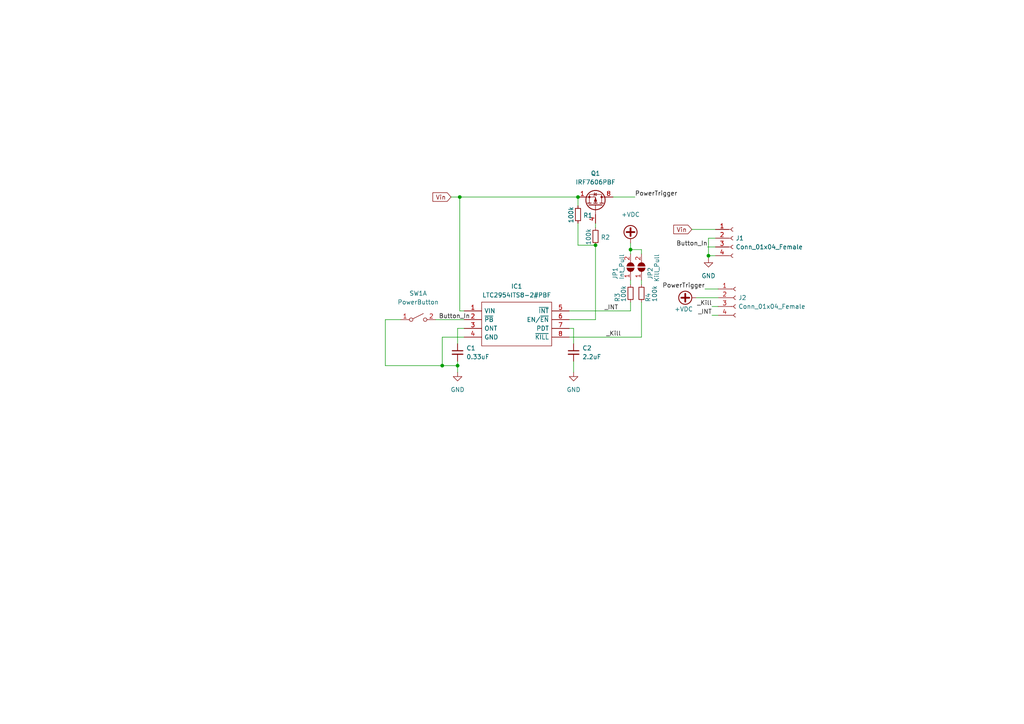
<source format=kicad_sch>
(kicad_sch (version 20211123) (generator eeschema)
  (paper "A4")
  (lib_symbols
    (symbol "Connector:Conn_01x04_Female" (pin_names (offset 1.016) hide)
      (property "Reference" "J" (at 0 5.08 0))
      (property "Value" "Conn_01x04_Female" (at 0 -7.62 0))
      (symbol "Conn_01x04_Female_1_1"
        (arc (start 0 -4.572) (mid -0.508 -5.08) (end 0 -5.588) (stroke (width 0.1524)))
        (arc (start 0 -2.032) (mid -0.508 -2.54) (end 0 -3.048) (stroke (width 0.1524)))
        (polyline (pts (xy -1.27 -5.08) (xy -0.508 -5.08)) (stroke (width 0.1524)))
        (polyline (pts (xy -1.27 -2.54) (xy -0.508 -2.54)) (stroke (width 0.1524)))
        (polyline (pts (xy -1.27 0) (xy -0.508 0)) (stroke (width 0.1524)))
        (polyline (pts (xy -1.27 2.54) (xy -0.508 2.54)) (stroke (width 0.1524)))
        (arc (start 0 0.508) (mid -0.508 0) (end 0 -0.508) (stroke (width 0.1524)))
        (arc (start 0 3.048) (mid -0.508 2.54) (end 0 2.032) (stroke (width 0.1524)))
        (pin passive line (at -5.08 2.54 0) (length 3.81) (name "Pin_1") (number "1"))
        (pin passive line (at -5.08 0 0) (length 3.81) (name "Pin_2") (number "2"))
        (pin passive line (at -5.08 -2.54 0) (length 3.81) (name "Pin_3") (number "3"))
        (pin passive line (at -5.08 -5.08 0) (length 3.81) (name "Pin_4") (number "4"))
      )
    )
    (symbol "Device:C_Small" (pin_numbers hide) (pin_names (offset 0.254) hide)
      (property "Reference" "C" (at 0.254 1.778 0))
      (property "Value" "C_Small" (at 0.254 -2.032 0))
      (symbol "C_Small_0_1"
        (polyline (pts (xy -1.524 -0.508) (xy 1.524 -0.508)) (stroke (width 0.3302)))
        (polyline (pts (xy -1.524 0.508) (xy 1.524 0.508)) (stroke (width 0.3048)))
      )
      (symbol "C_Small_1_1"
        (pin passive line (at 0 2.54 270) (length 2.032) (name "~") (number "1"))
        (pin passive line (at 0 -2.54 90) (length 2.032) (name "~") (number "2"))
      )
    )
    (symbol "Device:R_Small" (pin_numbers hide) (pin_names (offset 0.254) hide)
      (property "Reference" "R" (at 0.762 0.508 0))
      (property "Value" "R_Small" (at 0.762 -1.016 0))
      (symbol "R_Small_0_1"
        (rectangle (start -0.762 1.778) (end 0.762 -1.778) (stroke (width 0.2032)))
      )
      (symbol "R_Small_1_1"
        (pin passive line (at 0 2.54 270) (length 0.762) (name "~") (number "1"))
        (pin passive line (at 0 -2.54 90) (length 0.762) (name "~") (number "2"))
      )
    )
    (symbol "Jumper:SolderJumper_2_Open" (pin_names (offset 0) hide)
      (property "Reference" "JP" (at 0 2.032 0))
      (property "Value" "SolderJumper_2_Open" (at 0 -2.54 0))
      (symbol "SolderJumper_2_Open_0_1"
        (arc (start -0.254 1.016) (mid -1.27 0) (end -0.254 -1.016))
        (arc (start -0.254 1.016) (mid -1.27 0) (end -0.254 -1.016) (fill (type outline)))
        (polyline (pts (xy -0.254 1.016) (xy -0.254 -1.016)))
        (polyline (pts (xy 0.254 1.016) (xy 0.254 -1.016)))
        (arc (start 0.254 -1.016) (mid 1.27 0) (end 0.254 1.016))
        (arc (start 0.254 -1.016) (mid 1.27 0) (end 0.254 1.016) (fill (type outline)))
      )
      (symbol "SolderJumper_2_Open_1_1"
        (pin passive line (at -3.81 0 0) (length 2.54) (name "A") (number "1"))
        (pin passive line (at 3.81 0 180) (length 2.54) (name "B") (number "2"))
      )
    )
    (symbol "SamacSys_Parts:LTC2954ITS8-2#PBF" (pin_names (offset 0.762))
      (property "Reference" "IC" (at 26.67 7.62 0))
      (property "Value" "LTC2954ITS8-2#PBF" (at 26.67 5.08 0))
      (symbol "LTC2954ITS8-2#PBF_0_0"
        (pin passive line (at 0 0 0) (length 5.08) (name "VIN") (number "1"))
        (pin passive line (at 0 -2.54 0) (length 5.08) (name "~{PB}") (number "2"))
        (pin passive line (at 0 -5.08 0) (length 5.08) (name "ONT") (number "3"))
        (pin passive line (at 0 -7.62 0) (length 5.08) (name "GND") (number "4"))
        (pin passive line (at 30.48 0 180) (length 5.08) (name "~{INT}") (number "5"))
        (pin passive line (at 30.48 -2.54 180) (length 5.08) (name "EN/~{EN}") (number "6"))
        (pin passive line (at 30.48 -5.08 180) (length 5.08) (name "PDT") (number "7"))
        (pin passive line (at 30.48 -7.62 180) (length 5.08) (name "~{KILL}") (number "8"))
      )
      (symbol "LTC2954ITS8-2#PBF_0_1"
        (polyline (pts (xy 5.08 2.54) (xy 25.4 2.54) (xy 25.4 -10.16) (xy 5.08 -10.16) (xy 5.08 2.54)) (stroke (width 0.1524)))
      )
    )
    (symbol "Switch:SW_DPST_x2" (pin_names (offset 0) hide)
      (property "Reference" "SW" (at 0 3.175 0))
      (property "Value" "SW_DPST_x2" (at 0 -2.54 0))
      (symbol "SW_DPST_x2_0_0"
        (circle (center -2.032 0) (radius 0.508))
        (polyline (pts (xy -1.524 0.254) (xy 1.524 1.778)))
        (circle (center 2.032 0) (radius 0.508))
      )
      (symbol "SW_DPST_x2_1_1"
        (pin passive line (at -5.08 0 0) (length 2.54) (name "A") (number "1"))
        (pin passive line (at 5.08 0 180) (length 2.54) (name "B") (number "2"))
      )
      (symbol "SW_DPST_x2_2_1"
        (pin passive line (at -5.08 0 0) (length 2.54) (name "A") (number "3"))
        (pin passive line (at 5.08 0 180) (length 2.54) (name "B") (number "4"))
      )
    )
    (symbol "Transistor_FET:IRF7606PBF" (pin_names hide)
      (property "Reference" "Q" (at 5.08 1.905 0))
      (property "Value" "IRF7606PBF" (at 5.08 0 0))
      (symbol "IRF7606PBF_0_1"
        (polyline (pts (xy 0.254 0) (xy -2.54 0)))
        (polyline (pts (xy 0.254 1.905) (xy 0.254 -1.905)) (stroke (width 0.254)))
        (polyline (pts (xy 0.762 -1.27) (xy 0.762 -2.286)) (stroke (width 0.254)))
        (polyline (pts (xy 0.762 0.508) (xy 0.762 -0.508)) (stroke (width 0.254)))
        (polyline (pts (xy 0.762 2.286) (xy 0.762 1.27)) (stroke (width 0.254)))
        (polyline (pts (xy 2.54 2.54) (xy 2.54 1.778)))
        (polyline (pts (xy 2.54 -2.54) (xy 2.54 0) (xy 0.762 0)))
        (polyline (pts (xy 0.762 1.778) (xy 3.302 1.778) (xy 3.302 -1.778) (xy 0.762 -1.778)))
        (polyline (pts (xy 2.286 0) (xy 1.27 0.381) (xy 1.27 -0.381) (xy 2.286 0)) (fill (type outline)))
        (polyline (pts (xy 2.794 -0.508) (xy 2.921 -0.381) (xy 3.683 -0.381) (xy 3.81 -0.254)))
        (polyline (pts (xy 3.302 -0.381) (xy 2.921 0.254) (xy 3.683 0.254) (xy 3.302 -0.381)))
        (circle (center 1.651 0) (radius 2.794) (stroke (width 0.254)))
        (circle (center 2.54 -1.778) (radius 0.254) (fill (type outline)))
        (circle (center 2.54 1.778) (radius 0.254) (fill (type outline)))
      )
      (symbol "IRF7606PBF_1_1"
        (pin passive line (at 2.54 -5.08 90) (length 2.54) (name "S") (number "1"))
        (pin passive line (at 2.54 -5.08 90) (length 2.54) hide (name "S") (number "2"))
        (pin passive line (at 2.54 -5.08 90) (length 2.54) hide (name "S") (number "3"))
        (pin passive line (at -5.08 0 0) (length 2.54) (name "G") (number "4"))
        (pin passive line (at 2.54 5.08 270) (length 2.54) hide (name "D") (number "5"))
        (pin passive line (at 2.54 5.08 270) (length 2.54) hide (name "D") (number "6"))
        (pin passive line (at 2.54 5.08 270) (length 2.54) hide (name "D") (number "7"))
        (pin passive line (at 2.54 5.08 270) (length 2.54) (name "D") (number "8"))
      )
    )
    (symbol "power:+VDC" (power) (pin_names (offset 0))
      (property "Value" "+VDC" (at 0 6.35 0))
      (symbol "+VDC_0_1"
        (polyline (pts (xy -1.143 3.175) (xy 1.143 3.175)) (stroke (width 0.508)))
        (polyline (pts (xy 0 0) (xy 0 1.27)))
        (polyline (pts (xy 0 2.032) (xy 0 4.318)) (stroke (width 0.508)))
        (circle (center 0 3.175) (radius 1.905) (stroke (width 0.254)))
      )
      (symbol "+VDC_1_1"
        (pin power_in line (at 0 0 90) (length 0) hide (name "+VDC") (number "1"))
      )
    )
    (symbol "power:GND" (power) (pin_names (offset 0))
      (property "Value" "GND" (at 0 -3.81 0))
      (symbol "GND_0_1"
        (polyline (pts (xy 0 0) (xy 0 -1.27) (xy 1.27 -1.27) (xy 0 -2.54) (xy -1.27 -1.27) (xy 0 -1.27)))
      )
      (symbol "GND_1_1"
        (pin power_in line (at 0 0 270) (length 0) hide (name "GND") (number "1"))
      )
    )
  )
  (junction (at 167.64 57.15))
  (junction (at 133.35 57.15))
  (junction (at 182.88 72.39))
  (junction (at 128.27 106.045))
  (junction (at 132.715 106.045))
  (junction (at 172.72 71.12))
  (junction (at 205.486 74.168))
  (wire (pts (xy 166.37 107.95) (xy 166.37 104.775)))
  (wire (pts (xy 132.715 99.695) (xy 132.715 95.25)))
  (wire (pts (xy 126.365 92.71) (xy 134.62 92.71)))
  (wire (pts (xy 167.64 59.69) (xy 167.64 57.15)))
  (wire (pts (xy 165.1 97.79) (xy 186.055 97.79)))
  (wire (pts (xy 130.81 57.15) (xy 133.35 57.15)))
  (wire (pts (xy 205.486 74.93) (xy 205.486 74.168)))
  (wire (pts (xy 128.27 97.79) (xy 128.27 106.045)))
  (wire (pts (xy 206.502 91.44) (xy 208.28 91.44)))
  (wire (pts (xy 201.93 86.36) (xy 208.28 86.36)))
  (wire (pts (xy 132.715 104.775) (xy 132.715 106.045)))
  (wire (pts (xy 167.64 64.77) (xy 167.64 71.12)))
  (wire (pts (xy 134.62 90.17) (xy 133.35 90.17)))
  (wire (pts (xy 116.205 92.71) (xy 111.76 92.71)))
  (wire (pts (xy 186.055 73.66) (xy 186.055 72.39)))
  (wire (pts (xy 172.72 92.71) (xy 172.72 71.12)))
  (wire (pts (xy 132.715 106.045) (xy 132.715 107.95)))
  (wire (pts (xy 186.055 97.79) (xy 186.055 87.63)))
  (wire (pts (xy 172.72 64.77) (xy 172.72 66.04)))
  (wire (pts (xy 182.88 90.17) (xy 182.88 87.63)))
  (wire (pts (xy 182.88 72.39) (xy 182.88 70.485)))
  (wire (pts (xy 165.1 90.17) (xy 182.88 90.17)))
  (wire (pts (xy 166.37 95.25) (xy 165.1 95.25)))
  (wire (pts (xy 132.715 95.25) (xy 134.62 95.25)))
  (wire (pts (xy 186.055 82.55) (xy 186.055 81.28)))
  (wire (pts (xy 204.47 83.82) (xy 208.28 83.82)))
  (wire (pts (xy 205.486 69.088) (xy 207.518 69.088)))
  (wire (pts (xy 186.055 72.39) (xy 182.88 72.39)))
  (wire (pts (xy 128.27 106.045) (xy 132.715 106.045)))
  (wire (pts (xy 167.64 71.12) (xy 172.72 71.12)))
  (wire (pts (xy 165.1 92.71) (xy 172.72 92.71)))
  (wire (pts (xy 134.62 97.79) (xy 128.27 97.79)))
  (wire (pts (xy 177.8 57.15) (xy 184.15 57.15)))
  (wire (pts (xy 111.76 92.71) (xy 111.76 106.045)))
  (wire (pts (xy 205.486 74.168) (xy 207.518 74.168)))
  (wire (pts (xy 182.88 73.66) (xy 182.88 72.39)))
  (wire (pts (xy 166.37 99.695) (xy 166.37 95.25)))
  (wire (pts (xy 111.76 106.045) (xy 128.27 106.045)))
  (wire (pts (xy 182.88 82.55) (xy 182.88 81.28)))
  (wire (pts (xy 200.66 66.548) (xy 207.518 66.548)))
  (wire (pts (xy 205.486 69.088) (xy 205.486 74.168)))
  (wire (pts (xy 206.502 88.9) (xy 208.28 88.9)))
  (wire (pts (xy 205.232 71.628) (xy 207.518 71.628)))
  (wire (pts (xy 133.35 57.15) (xy 167.64 57.15)))
  (wire (pts (xy 133.35 90.17) (xy 133.35 57.15)))
  (label "Button_In" (at 127.254 92.71 0))
  (label "_Kill" (at 175.768 97.79 0))
  (label "_INT" (at 206.502 91.44 180))
  (label "_INT" (at 175.26 90.17 0))
  (label "PowerTrigger" (at 204.47 83.82 180))
  (label "_Kill" (at 206.502 88.9 180))
  (label "PowerTrigger" (at 184.15 57.15 0))
  (label "Button_In" (at 205.232 71.628 180))
  (global_label "Vin" (shape input) (at 200.66 66.548 180) (property "Intersheet References" "${INTERSHEET_REFS}" (effects hide)))
  (global_label "Vin" (shape input) (at 130.81 57.15 180) (property "Intersheet References" "${INTERSHEET_REFS}" (effects hide)))
  (symbol (lib_id "Switch:SW_DPST_x2") (at 121.285 92.71 0) (unit 1)
    (property "Reference" "SW1" (at 121.285 85.09 0))
    (property "Value" "PowerButton" (at 121.285 87.63 0))
    (property "Footprint" "Button_Switch_SMD:SW_Push_1P1T_NO_CK_KMR2" (effects hide))
  )
  (symbol (lib_id "Device:C_Small") (at 132.715 102.235 0) (unit 1)
    (property "Reference" "C1" (at 135.255 100.9712 0) (effects (justify left)))
    (property "Value" "0.33uF" (at 135.255 103.5112 0) (effects (justify left)))
    (property "Footprint" "Capacitor_SMD:C_0805_2012Metric" (effects hide))
  )
  (symbol (lib_id "Connector:Conn_01x04_Female") (at 212.598 69.088 0) (unit 1)
    (property "Reference" "J1" (at 213.36 69.0879 0) (effects (justify left)))
    (property "Value" "Conn_01x04_Female" (at 213.36 71.6279 0) (effects (justify left)))
    (property "Footprint" "Connector_PinSocket_2.54mm:PinSocket_1x04_P2.54mm_Vertical" (effects hide))
  )
  (symbol (lib_id "power:GND") (at 166.37 107.95 0) (unit 1)
    (property "Reference" "#PWR0102" (effects hide))
    (property "Value" "GND" (at 166.37 113.03 0))
  )
  (symbol (lib_id "Jumper:SolderJumper_2_Open") (at 186.055 77.47 90) (unit 1)
    (property "Reference" "JP2" (at 188.595 77.47 0) (effects (justify right)))
    (property "Value" "Kill_Pull" (at 190.5 73.66 0) (effects (justify right)))
    (property "Footprint" "Jumper:SolderJumper-2_P1.3mm_Open_TrianglePad1.0x1.5mm" (effects hide))
  )
  (symbol (lib_id "Device:R_Small") (at 167.64 62.23 0) (unit 1)
    (property "Reference" "R1" (at 169.164 62.484 0) (effects (justify left)))
    (property "Value" "100k" (at 165.608 64.77 90) (effects (justify left)))
    (property "Footprint" "Resistor_SMD:R_0805_2012Metric" (effects hide))
  )
  (symbol (lib_id "Device:C_Small") (at 166.37 102.235 0) (unit 1)
    (property "Reference" "C2" (at 168.91 100.9712 0) (effects (justify left)))
    (property "Value" "2.2uF" (at 168.91 103.5112 0) (effects (justify left)))
    (property "Footprint" "Capacitor_SMD:C_0805_2012Metric" (effects hide))
  )
  (symbol (lib_id "Transistor_FET:IRF7606PBF") (at 172.72 59.69 270) (mirror x) (unit 1)
    (property "Reference" "Q1" (at 172.72 50.292 90))
    (property "Value" "IRF7606PBF" (at 172.72 52.832 90))
    (property "Footprint" "Package_SO:MSOP-8_3x3mm_P0.65mm" (effects hide))
    (property "Datasheet" "http://www.irf.com/product-info/datasheets/data/irf7606pbf.pdf" (effects hide))
  )
  (symbol (lib_id "power:GND") (at 205.486 74.93 0) (unit 1)
    (property "Reference" "#PWR0104" (effects hide))
    (property "Value" "GND" (at 205.486 80.01 0))
  )
  (symbol (lib_id "Jumper:SolderJumper_2_Open") (at 182.88 77.47 90) (unit 1)
    (property "Reference" "JP1" (at 178.435 77.47 0) (effects (justify right)))
    (property "Value" "Int_Pull" (at 180.34 73.66 0) (effects (justify right)))
    (property "Footprint" "Jumper:SolderJumper-2_P1.3mm_Open_TrianglePad1.0x1.5mm" (effects hide))
  )
  (symbol (lib_id "power:GND") (at 132.715 107.95 0) (unit 1)
    (property "Reference" "#PWR0103" (effects hide))
    (property "Value" "GND" (at 132.715 113.03 0))
  )
  (symbol (lib_id "Device:R_Small") (at 172.72 68.58 0) (unit 1)
    (property "Reference" "R2" (at 174.244 68.834 0) (effects (justify left)))
    (property "Value" "100k" (at 170.688 71.12 90) (effects (justify left)))
    (property "Footprint" "Resistor_SMD:R_0805_2012Metric" (effects hide))
  )
  (symbol (lib_id "Connector:Conn_01x04_Female") (at 213.36 86.36 0) (unit 1)
    (property "Reference" "J2" (at 214.122 86.3599 0) (effects (justify left)))
    (property "Value" "Conn_01x04_Female" (at 214.122 88.8999 0) (effects (justify left)))
    (property "Footprint" "Connector_PinSocket_2.54mm:PinSocket_1x04_P2.54mm_Vertical" (effects hide))
  )
  (symbol (lib_id "power:+VDC") (at 182.88 70.485 0) (unit 1)
    (property "Reference" "#PWR0101" (effects hide))
    (property "Value" "+VDC" (at 182.88 62.23 0))
  )
  (symbol (lib_id "Device:R_Small") (at 182.88 85.09 0) (unit 1)
    (property "Reference" "R3" (at 179.07 87.63 90) (effects (justify left)))
    (property "Value" "100k" (at 180.848 87.63 90) (effects (justify left)))
    (property "Footprint" "Resistor_SMD:R_0805_2012Metric" (effects hide))
  )
  (symbol (lib_id "Device:R_Small") (at 186.055 85.09 0) (unit 1)
    (property "Reference" "R4" (at 187.96 87.63 90) (effects (justify left)))
    (property "Value" "100k" (at 189.865 87.63 90) (effects (justify left)))
    (property "Footprint" "Resistor_SMD:R_0805_2012Metric" (effects hide))
  )
  (symbol (lib_id "SamacSys_Parts:LTC2954ITS8-2#PBF") (at 134.62 90.17 0) (unit 1)
    (property "Reference" "IC1" (at 149.86 83.058 0))
    (property "Value" "LTC2954ITS8-2#PBF" (at 149.86 85.598 0))
    (property "Footprint" "SOT65P280X100-8N" (effects hide))
    (property "Datasheet" "https://www.analog.com/media/en/technical-documentation/data-sheets/2954fb.pdf" (effects hide))
    (property "Description" "LINEAR TECHNOLOGY - LTC2954ITS8-2#PBF - PUSHBUTTON CONTROLLER, 2.7V-26.4V, TSOT-23-8" (effects hide))
    (property "Height" "1" (effects hide))
    (property "Manufacturer_Name" "Analog Devices" (effects hide))
    (property "Manufacturer_Part_Number" "LTC2954ITS8-2#PBF" (effects hide))
    (property "Mouser Part Number" "584-LTC2954ITS8-2PBF" (effects hide))
    (property "Mouser Price/Stock" "https://www.mouser.com/Search/Refine.aspx?Keyword=584-LTC2954ITS8-2PBF" (effects hide))
  )
  (symbol (lib_id "power:+VDC") (at 201.93 86.36 90) (unit 1)
    (property "Reference" "#PWR0105" (effects hide))
    (property "Value" "+VDC" (at 195.58 89.662 90) (effects (justify right)))
  )
)
</source>
